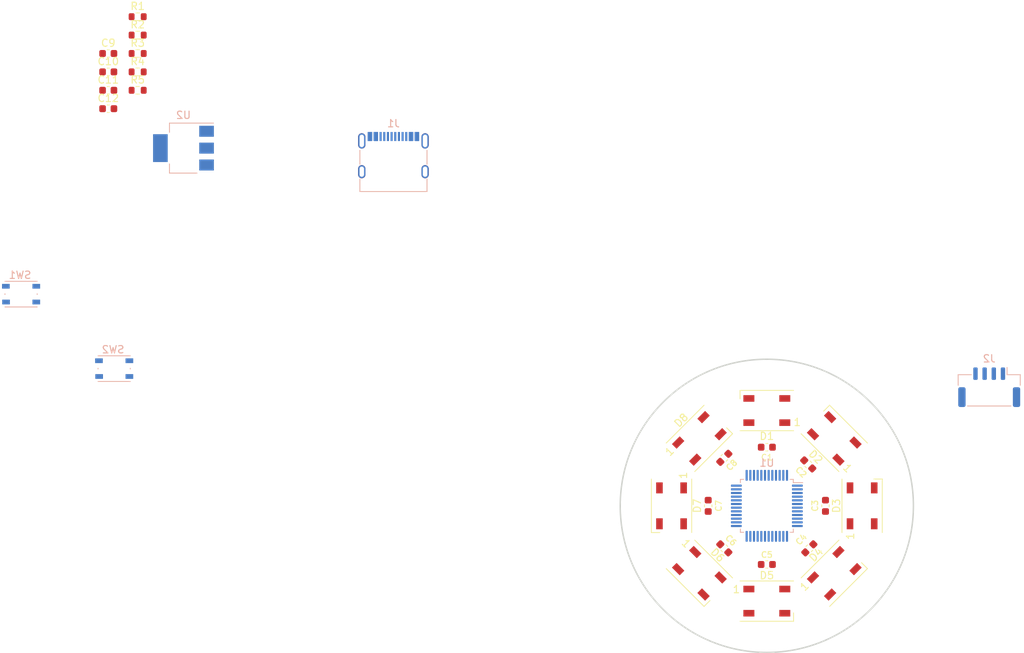
<source format=kicad_pcb>
(kicad_pcb (version 20221018) (generator pcbnew)
  (layers (0 "F.Cu" signal "F.Cu（顶层铜层）") (31 "B.Cu" signal "B.Cu（底层铜层）") (34 "B.Paste" user "B.Paste（底层焊膏）") (35 "F.Paste" user "F.Paste（顶层焊膏）") (36 "B.SilkS" user "B.Silkscreen（底层丝印）") (37 "F.SilkS" user "F.Silkscreen（顶层丝印）") (38 "B.Mask" user "B.Mask（底层阻焊）") (39 "F.Mask" user "F.Mask（顶层阻焊）") (44 "Edge.Cuts" user "Edge.Cuts(板框)"))
  (net 0 "")
  (net 1 "Net-(C1-Pad1)")
  (net 2 "/VCC_3V3")
  (net 3 "Earth")
  (net 4 "/RESET")
  (net 5 "Net-(D1-DOUT)")
  (net 6 "/LED_IN")
  (net 7 "Net-(D2-DOUT)")
  (net 8 "Net-(D3-DOUT)")
  (net 9 "Net-(D4-DOUT)")
  (net 11 "/SWCLK")
  (net 12 "/SWDIO")
  (net 13 "/BOOT0")
  (net 14 "/BOOT1{slash}PB2")
  (net 15 "/WKUP")
  (net 48 "/VCC_5V")
  (net 58 "Net-(D5-DOUT)")
  (net 59 "Net-(D6-DOUT)")
  (net 60 "Net-(D7-DOUT)")
  (footprint "LED_SMD:LED_WS2812B_PLCC4_5.0x5.0mm_P3.2mm" (layer "F.Cu") (at 163 100 90)
    (fp_text reference "D3" (at 0 -3.5 90) (layer "F.SilkS"))
    (fp_text value "WS2812B")
    (fp_text user "1" (at -4.15 -1.6 90) (layer "F.SilkS"))
    (fp_line (start -3.65 -2.75) (end 3.65 -2.75) (stroke (width 0.12)) (layer "F.SilkS"))
    (fp_line (start -3.65 2.75) (end 3.65 2.75) (stroke (width 0.12)) (layer "F.SilkS"))
    (fp_line (start 3.65 2.75) (end 3.65 1.6) (stroke (width 0.12)) (layer "F.SilkS"))
    (pad "1" smd rect (at -2.45 -1.65 90) (size 1.5 0.9) (layers "F.Cu" "F.Paste" "F.Mask") (net 2 "/VCC_3V3"))
    (pad "2" smd rect (at -2.45 1.65 90) (size 1.5 0.9) (layers "F.Cu" "F.Paste" "F.Mask") (net 8 "Net-(D3-DOUT)"))
    (pad "3" smd rect (at 2.45 1.65 90) (size 1.5 0.9) (layers "F.Cu" "F.Paste" "F.Mask") (net 3 "Earth"))
    (pad "4" smd rect (at 2.45 -1.65 90) (size 1.5 0.9) (layers "F.Cu" "F.Paste" "F.Mask") (net 7 "Net-(D2-DOUT)"))
  )
  (footprint "LED_SMD:LED_WS2812B_PLCC4_5.0x5.0mm_P3.2mm" (layer "F.Cu") (at 159.2 109.2 45)
    (fp_text reference "D4" (at 0.031909 -3.531909 45) (layer "F.SilkS"))
    (fp_text value "WS2812B")
    (fp_text user "1" (at -4.15 -1.6 45) (layer "F.SilkS"))
    (fp_line (start -3.65 -2.75) (end 3.65 -2.75) (stroke (width 0.12)) (layer "F.SilkS"))
    (fp_line (start -3.65 2.75) (end 3.65 2.75) (stroke (width 0.12)) (layer "F.SilkS"))
    (fp_line (start 3.65 2.75) (end 3.65 1.6) (stroke (width 0.12)) (layer "F.SilkS"))
    (pad "1" smd rect (at -2.45 -1.65 45) (size 1.5 0.9) (layers "F.Cu" "F.Paste" "F.Mask") (net 2 "/VCC_3V3"))
    (pad "2" smd rect (at -2.45 1.65 45) (size 1.5 0.9) (layers "F.Cu" "F.Paste" "F.Mask") (net 9 "Net-(D4-DOUT)"))
    (pad "3" smd rect (at 2.45 1.65 45) (size 1.5 0.9) (layers "F.Cu" "F.Paste" "F.Mask") (net 3 "Earth"))
    (pad "4" smd rect (at 2.45 -1.65 45) (size 1.5 0.9) (layers "F.Cu" "F.Paste" "F.Mask") (net 8 "Net-(D3-DOUT)"))
  )
  (footprint "Resistor_SMD:R_0603_1608Metric" (layer "F.Cu") (at 64.165 38.29)
    (fp_text reference "R3" (at 0 -1.43) (layer "F.SilkS"))
    (fp_text value "10kΩ")
    (fp_line (start -0.237258 -0.5225) (end 0.237258 -0.5225) (stroke (width 0.12)) (layer "F.SilkS"))
    (fp_line (start -0.237258 0.5225) (end 0.237258 0.5225) (stroke (width 0.12)) (layer "F.SilkS"))
    (pad "1" smd roundrect (at -0.825 0) (size 0.8 0.95) (layers "F.Cu" "F.Paste" "F.Mask") (net 12 "/SWDIO"))
    (pad "2" smd roundrect (at 0.825 0) (size 0.8 0.95) (layers "F.Cu" "F.Paste" "F.Mask") (net 2 "/VCC_3V3"))
  )
  (footprint "Resistor_SMD:R_0603_1608Metric" (layer "F.Cu") (at 64.165 40.8)
    (fp_text reference "R4" (at 0 -1.43) (layer "F.SilkS"))
    (fp_text value "10kΩ")
    (fp_line (start -0.237258 -0.5225) (end 0.237258 -0.5225) (stroke (width 0.12)) (layer "F.SilkS"))
    (fp_line (start -0.237258 0.5225) (end 0.237258 0.5225) (stroke (width 0.12)) (layer "F.SilkS"))
    (pad "1" smd roundrect (at -0.825 0) (size 0.8 0.95) (layers "F.Cu" "F.Paste" "F.Mask") (net 3 "Earth"))
    (pad "2" smd roundrect (at 0.825 0) (size 0.8 0.95) (layers "F.Cu" "F.Paste" "F.Mask") (net 13 "/BOOT0"))
  )
  (footprint "Capacitor_SMD:C_0603_1608Metric" (layer "F.Cu") (at 150 108 180)
    (fp_text reference "C5" (at 0 1.32) (layer "F.SilkS") (effects (font (size 0.8 0.8))))
    (fp_text value "100nf" hide)
    (fp_line (start -0.14058 -0.51) (end 0.14058 -0.51) (stroke (width 0.12)) (layer "F.SilkS"))
    (fp_line (start -0.14058 0.51) (end 0.14058 0.51) (stroke (width 0.12)) (layer "F.SilkS"))
    (pad "1" smd roundrect (at -0.775 0 180) (size 0.9 0.95) (layers "F.Cu" "F.Paste" "F.Mask") (net 1 "Net-(C1-Pad1)"))
    (pad "2" smd roundrect (at 0.775 0 180) (size 0.9 0.95) (layers "F.Cu" "F.Paste" "F.Mask") (net 2 "/VCC_3V3"))
  )
  (footprint "Capacitor_SMD:C_0603_1608Metric" (layer "F.Cu") (at 60.155 38.29)
    (fp_text reference "C9" (at 0 -1.43) (layer "F.SilkS"))
    (fp_text value "100nf")
    (fp_line (start -0.14058 -0.51) (end 0.14058 -0.51) (stroke (width 0.12)) (layer "F.SilkS"))
    (fp_line (start -0.14058 0.51) (end 0.14058 0.51) (stroke (width 0.12)) (layer "F.SilkS"))
    (pad "1" smd roundrect (at -0.775 0) (size 0.9 0.95) (layers "F.Cu" "F.Paste" "F.Mask") (net 2 "/VCC_3V3"))
    (pad "2" smd roundrect (at 0.775 0) (size 0.9 0.95) (layers "F.Cu" "F.Paste" "F.Mask") (net 3 "Earth"))
  )
  (footprint "LED_SMD:LED_WS2812B_PLCC4_5.0x5.0mm_P3.2mm" (layer "F.Cu") (at 159.2 90.8 135)
    (fp_text reference "D2" (at 0.007071 -3.585031 135) (layer "F.SilkS"))
    (fp_text value "WS2812B")
    (fp_text user "1" (at -4.15 -1.6 135) (layer "F.SilkS"))
    (fp_line (start -3.65 -2.75) (end 3.65 -2.75) (stroke (width 0.12)) (layer "F.SilkS"))
    (fp_line (start -3.65 2.75) (end 3.65 2.75) (stroke (width 0.12)) (layer "F.SilkS"))
    (fp_line (start 3.65 2.75) (end 3.65 1.6) (stroke (width 0.12)) (layer "F.SilkS"))
    (pad "1" smd rect (at -2.45 -1.65 135) (size 1.5 0.9) (layers "F.Cu" "F.Paste" "F.Mask") (net 2 "/VCC_3V3"))
    (pad "2" smd rect (at -2.45 1.65 135) (size 1.5 0.9) (layers "F.Cu" "F.Paste" "F.Mask") (net 7 "Net-(D2-DOUT)"))
    (pad "3" smd rect (at 2.45 1.65 135) (size 1.5 0.9) (layers "F.Cu" "F.Paste" "F.Mask") (net 3 "Earth"))
    (pad "4" smd rect (at 2.45 -1.65 135) (size 1.5 0.9) (layers "F.Cu" "F.Paste" "F.Mask") (net 5 "Net-(D1-DOUT)"))
  )
  (footprint "Capacitor_SMD:C_0603_1608Metric" (layer "F.Cu") (at 155.8 105.8 -135)
    (fp_text reference "C4" (at -0.070711 1.626346 45) (layer "F.SilkS") (effects (font (size 0.8 0.8))))
    (fp_text value "100nf" hide)
    (fp_line (start -0.14058 -0.51) (end 0.14058 -0.51) (stroke (width 0.12)) (layer "F.SilkS"))
    (fp_line (start -0.14058 0.51) (end 0.14058 0.51) (stroke (width 0.12)) (layer "F.SilkS"))
    (pad "1" smd roundrect (at -0.775 0 225) (size 0.9 0.95) (layers "F.Cu" "F.Paste" "F.Mask") (net 1 "Net-(C1-Pad1)"))
    (pad "2" smd roundrect (at 0.775 0 225) (size 0.9 0.95) (layers "F.Cu" "F.Paste" "F.Mask") (net 2 "/VCC_3V3"))
  )
  (footprint "LED_SMD:LED_WS2812B_PLCC4_5.0x5.0mm_P3.2mm" (layer "F.Cu") (at 140.8 90.8 45)
    (fp_text reference "D8" (at 0 -3.5 45) (layer "F.SilkS"))
    (fp_text value "WS2812B" hide)
    (fp_text user "1" (at -4.15 -1.6 45) (layer "F.SilkS"))
    (fp_line (start -3.65 -2.75) (end 3.65 -2.75) (stroke (width 0.12)) (layer "F.SilkS"))
    (fp_line (start -3.65 2.75) (end 3.65 2.75) (stroke (width 0.12)) (layer "F.SilkS"))
    (fp_line (start 3.65 2.75) (end 3.65 1.6) (stroke (width 0.12)) (layer "F.SilkS"))
    (pad "1" smd rect (at -2.45 -1.65 45) (size 1.5 0.9) (layers "F.Cu" "F.Paste" "F.Mask") (net 2 "/VCC_3V3"))
    (pad "2" smd rect (at -2.45 1.65 45) (size 1.5 0.9) (layers "F.Cu" "F.Paste" "F.Mask"))
    (pad "3" smd rect (at 2.45 1.65 45) (size 1.5 0.9) (layers "F.Cu" "F.Paste" "F.Mask") (net 3 "Earth"))
    (pad "4" smd rect (at 2.45 -1.65 45) (size 1.5 0.9) (layers "F.Cu" "F.Paste" "F.Mask") (net 60 "Net-(D7-DOUT)"))
  )
  (footprint "Capacitor_SMD:C_0603_1608Metric" (layer "F.Cu") (at 158 100 90)
    (fp_text reference "C3" (at 0 -1.43 270) (layer "F.SilkS") (effects (font (size 0.8 0.8))))
    (fp_text value "100nf" hide)
    (fp_line (start -0.14058 -0.51) (end 0.14058 -0.51) (stroke (width 0.12)) (layer "F.SilkS"))
    (fp_line (start -0.14058 0.51) (end 0.14058 0.51) (stroke (width 0.12)) (layer "F.SilkS"))
    (pad "1" smd roundrect (at -0.775 0 90) (size 0.9 0.95) (layers "F.Cu" "F.Paste" "F.Mask") (net 1 "Net-(C1-Pad1)"))
    (pad "2" smd roundrect (at 0.775 0 90) (size 0.9 0.95) (layers "F.Cu" "F.Paste" "F.Mask") (net 2 "/VCC_3V3"))
  )
  (footprint "Capacitor_SMD:C_0603_1608Metric" (layer "F.Cu") (at 144.2 93.45 45)
    (fp_text reference "C8" (at 0.000822 1.429178 45) (layer "F.SilkS") (effects (font (size 0.8 0.8))))
    (fp_text value "100nf" hide)
    (fp_line (start -0.14058 -0.51) (end 0.14058 -0.51) (stroke (width 0.12)) (layer "F.SilkS"))
    (fp_line (start -0.14058 0.51) (end 0.14058 0.51) (stroke (width 0.12)) (layer "F.SilkS"))
    (pad "1" smd roundrect (at -0.775 0 45) (size 0.9 0.95) (layers "F.Cu" "F.Paste" "F.Mask") (net 1 "Net-(C1-Pad1)"))
    (pad "2" smd roundrect (at 0.775 0 45) (size 0.9 0.95) (layers "F.Cu" "F.Paste" "F.Mask") (net 2 "/VCC_3V3"))
  )
  (footprint "Capacitor_SMD:C_0603_1608Metric" (layer "F.Cu") (at 60.155 43.31)
    (fp_text reference "C11" (at 0 -1.43) (layer "F.SilkS"))
    (fp_text value "4.7uf")
    (fp_line (start -0.14058 -0.51) (end 0.14058 -0.51) (stroke (width 0.12)) (layer "F.SilkS"))
    (fp_line (start -0.14058 0.51) (end 0.14058 0.51) (stroke (width 0.12)) (layer "F.SilkS"))
    (pad "1" smd roundrect (at -0.775 0) (size 0.9 0.95) (layers "F.Cu" "F.Paste" "F.Mask") (net 2 "/VCC_3V3"))
    (pad "2" smd roundrect (at 0.775 0) (size 0.9 0.95) (layers "F.Cu" "F.Paste" "F.Mask") (net 3 "Earth"))
  )
  (footprint "Capacitor_SMD:C_0603_1608Metric" (layer "F.Cu") (at 150 92)
    (fp_text reference "C1" (at 0 1.4) (layer "F.SilkS") (effects (font (size 0.8 0.8) (thickness 0.125))))
    (fp_text value "100nf" hide)
    (fp_line (start -0.14058 -0.51) (end 0.14058 -0.51) (stroke (width 0.12)) (layer "F.SilkS"))
    (fp_line (start -0.14058 0.51) (end 0.14058 0.51) (stroke (width 0.12)) (layer "F.SilkS"))
    (pad "1" smd roundrect (at -0.775 0) (size 0.9 0.95) (layers "F.Cu" "F.Paste" "F.Mask") (net 1 "Net-(C1-Pad1)"))
    (pad "2" smd roundrect (at 0.775 0) (size 0.9 0.95) (layers "F.Cu" "F.Paste" "F.Mask") (net 2 "/VCC_3V3"))
  )
  (footprint "Capacitor_SMD:C_0603_1608Metric" (layer "F.Cu") (at 60.155 45.82)
    (fp_text reference "C12" (at 0 -1.43) (layer "F.SilkS"))
    (fp_text value "0.1uf")
    (fp_line (start -0.14058 -0.51) (end 0.14058 -0.51) (stroke (width 0.12)) (layer "F.SilkS"))
    (fp_line (start -0.14058 0.51) (end 0.14058 0.51) (stroke (width 0.12)) (layer "F.SilkS"))
    (pad "1" smd roundrect (at -0.775 0) (size 0.9 0.95) (layers "F.Cu" "F.Paste" "F.Mask") (net 3 "Earth"))
    (pad "2" smd roundrect (at 0.775 0) (size 0.9 0.95) (layers "F.Cu" "F.Paste" "F.Mask") (net 4 "/RESET"))
  )
  (footprint "Capacitor_SMD:C_0603_1608Metric" (layer "F.Cu") (at 144.2 105.8 135)
    (fp_text reference "C6" (at 0.141421 1.414214 135) (layer "F.SilkS") (effects (font (size 0.8 0.8))))
    (fp_text value "100nf" hide)
    (fp_line (start -0.14058 -0.51) (end 0.14058 -0.51) (stroke (width 0.12)) (layer "F.SilkS"))
    (fp_line (start -0.14058 0.51) (end 0.14058 0.51) (stroke (width 0.12)) (layer "F.SilkS"))
    (pad "1" smd roundrect (at -0.775 0 135) (size 0.9 0.95) (layers "F.Cu" "F.Paste" "F.Mask") (net 1 "Net-(C1-Pad1)"))
    (pad "2" smd roundrect (at 0.775 0 135) (size 0.9 0.95) (layers "F.Cu" "F.Paste" "F.Mask") (net 2 "/VCC_3V3"))
  )
  (footprint "Resistor_SMD:R_0603_1608Metric" (layer "F.Cu") (at 64.165 35.78)
    (fp_text reference "R2" (at 0 -1.43) (layer "F.SilkS"))
    (fp_text value "10kΩ")
    (fp_line (start -0.237258 -0.5225) (end 0.237258 -0.5225) (stroke (width 0.12)) (layer "F.SilkS"))
    (fp_line (start -0.237258 0.5225) (end 0.237258 0.5225) (stroke (width 0.12)) (layer "F.SilkS"))
    (pad "1" smd roundrect (at -0.825 0) (size 0.8 0.95) (layers "F.Cu" "F.Paste" "F.Mask") (net 3 "Earth"))
    (pad "2" smd roundrect (at 0.825 0) (size 0.8 0.95) (layers "F.Cu" "F.Paste" "F.Mask") (net 11 "/SWCLK"))
  )
  (footprint "Capacitor_SMD:C_0603_1608Metric" (layer "F.Cu") (at 155.65 94.35 -45)
    (fp_text reference "C2" (at 0.047376 1.437548 135) (layer "F.SilkS") (effects (font (size 0.8 0.8))))
    (fp_text value "100nf" hide)
    (fp_line (start -0.14058 -0.51) (end 0.14058 -0.51) (stroke (width 0.12)) (layer "F.SilkS"))
    (fp_line (start -0.14058 0.51) (end 0.14058 0.51) (stroke (width 0.12)) (layer "F.SilkS"))
    (pad "1" smd roundrect (at -0.775 0 315) (size 0.9 0.95) (layers "F.Cu" "F.Paste" "F.Mask") (net 1 "Net-(C1-Pad1)"))
    (pad "2" smd roundrect (at 0.775 0 315) (size 0.9 0.95) (layers "F.Cu" "F.Paste" "F.Mask") (net 2 "/VCC_3V3"))
  )
  (footprint "LED_SMD:LED_WS2812B_PLCC4_5.0x5.0mm_P3.2mm" (layer "F.Cu") (at 140.8 109.2 -45)
    (fp_text reference "D6" (at 0 -3.5 135) (layer "F.SilkS"))
    (fp_text value "WS2812B")
    (fp_text user "1" (at -4.15 -1.6 135) (layer "F.SilkS"))
    (fp_line (start -3.65 -2.75) (end 3.65 -2.75) (stroke (width 0.12)) (layer "F.SilkS"))
    (fp_line (start -3.65 2.75) (end 3.65 2.75) (stroke (width 0.12)) (layer "F.SilkS"))
    (fp_line (start 3.65 2.75) (end 3.65 1.6) (stroke (width 0.12)) (layer "F.SilkS"))
    (pad "1" smd rect (at -2.45 -1.65 315) (size 1.5 0.9) (layers "F.Cu" "F.Paste" "F.Mask") (net 2 "/VCC_3V3"))
    (pad "2" smd rect (at -2.45 1.65 315) (size 1.5 0.9) (layers "F.Cu" "F.Paste" "F.Mask") (net 59 "Net-(D6-DOUT)"))
    (pad "3" smd rect (at 2.45 1.65 315) (size 1.5 0.9) (layers "F.Cu" "F.Paste" "F.Mask") (net 3 "Earth"))
    (pad "4" smd rect (at 2.45 -1.65 315) (size 1.5 0.9) (layers "F.Cu" "F.Paste" "F.Mask") (net 58 "Net-(D5-DOUT)"))
  )
  (footprint "LED_SMD:LED_WS2812B_PLCC4_5.0x5.0mm_P3.2mm" (layer "F.Cu") (at 150 87 180)
    (fp_text reference "D1" (at 0 -3.5) (layer "F.SilkS"))
    (fp_text value "WS2812B")
    (fp_text user "1" (at -4.15 -1.6) (layer "F.SilkS"))
    (fp_line (start -3.65 -2.75) (end 3.65 -2.75) (stroke (width 0.12)) (layer "F.SilkS"))
    (fp_line (start -3.65 2.75) (end 3.65 2.75) (stroke (width 0.12)) (layer "F.SilkS"))
    (fp_line (start 3.65 2.75) (end 3.65 1.6) (stroke (width 0.12)) (layer "F.SilkS"))
    (pad "1" smd rect (at -2.45 -1.65 180) (size 1.5 0.9) (layers "F.Cu" "F.Paste" "F.Mask") (net 2 "/VCC_3V3"))
    (pad "2" smd rect (at -2.45 1.65 180) (size 1.5 0.9) (layers "F.Cu" "F.Paste" "F.Mask") (net 5 "Net-(D1-DOUT)"))
    (pad "3" smd rect (at 2.45 1.65 180) (size 1.5 0.9) (layers "F.Cu" "F.Paste" "F.Mask") (net 3 "Earth"))
    (pad "4" smd rect (at 2.45 -1.65 180) (size 1.5 0.9) (layers "F.Cu" "F.Paste" "F.Mask") (net 6 "/LED_IN"))
  )
  (footprint "LED_SMD:LED_WS2812B_PLCC4_5.0x5.0mm_P3.2mm" (layer "F.Cu") (at 150 113)
    (fp_text reference "D5" (at 0 -3.5) (layer "F.SilkS"))
    (fp_text value "WS2812B")
    (fp_text user "1" (at -4.15 -1.6) (layer "F.SilkS"))
    (fp_line (start -3.65 -2.75) (end 3.65 -2.75) (stroke (width 0.12)) (layer "F.SilkS"))
    (fp_line (start -3.65 2.75) (end 3.65 2.75) (stroke (width 0.12)) (layer "F.SilkS"))
    (fp_line (start 3.65 2.75) (end 3.65 1.6) (stroke (width 0.12)) (layer "F.SilkS"))
    (pad "1" smd rect (at -2.45 -1.65) (size 1.5 0.9) (layers "F.Cu" "F.Paste" "F.Mask") (net 2 "/VCC_3V3"))
    (pad "2" smd rect (at -2.45 1.65) (size 1.5 0.9) (layers "F.Cu" "F.Paste" "F.Mask") (net 58 "Net-(D5-DOUT)"))
    (pad "3" smd rect (at 2.45 1.65) (size 1.5 0.9) (layers "F.Cu" "F.Paste" "F.Mask") (net 3 "Earth"))
    (pad "4" smd rect (at 2.45 -1.65) (size 1.5 0.9) (layers "F.Cu" "F.Paste" "F.Mask") (net 9 "Net-(D4-DOUT)"))
  )
  (footprint "Resistor_SMD:R_0603_1608Metric" (layer "F.Cu") (at 64.165 43.31)
    (fp_text reference "R5" (at 0 -1.43) (layer "F.SilkS"))
    (fp_text value "10kΩ")
    (fp_line (start -0.237258 -0.5225) (end 0.237258 -0.5225) (stroke (width 0.12)) (layer "F.SilkS"))
    (fp_line (start -0.237258 0.5225) (end 0.237258 0.5225) (stroke (width 0.12)) (layer "F.SilkS"))
    (pad "1" smd roundrect (at -0.825 0) (size 0.8 0.95) (layers "F.Cu" "F.Paste" "F.Mask") (net 14 "/BOOT1{slash}PB2"))
    (pad "2" smd roundrect (at 0.825 0) (size 0.8 0.95) (layers "F.Cu" "F.Paste" "F.Mask") (net 3 "Earth"))
  )
  (footprint "Resistor_SMD:R_0603_1608Metric" (layer "F.Cu") (at 64.165 33.27)
    (fp_text reference "R1" (at 0 -1.43) (layer "F.SilkS"))
    (fp_text value "10k")
    (fp_line (start -0.237258 -0.5225) (end 0.237258 -0.5225) (stroke (width 0.12)) (layer "F.SilkS"))
    (fp_line (start -0.237258 0.5225) (end 0.237258 0.5225) (stroke (width 0.12)) (layer "F.SilkS"))
    (pad "1" smd roundrect (at -0.825 0) (size 0.8 0.95) (layers "F.Cu" "F.Paste" "F.Mask") (net 2 "/VCC_3V3"))
    (pad "2" smd roundrect (at 0.825 0) (size 0.8 0.95) (layers "F.Cu" "F.Paste" "F.Mask") (net 4 "/RESET"))
  )
  (footprint "LED_SMD:LED_WS2812B_PLCC4_5.0x5.0mm_P3.2mm" (layer "F.Cu") (at 137 100 -90)
    (fp_text reference "D7" (at 0 -3.5 90) (layer "F.SilkS"))
    (fp_text value "WS2812B")
    (fp_text user "1" (at -4.15 -1.6 90) (layer "F.SilkS"))
    (fp_line (start -3.65 -2.75) (end 3.65 -2.75) (stroke (width 0.12)) (layer "F.SilkS"))
    (fp_line (start -3.65 2.75) (end 3.65 2.75) (stroke (width 0.12)) (layer "F.SilkS"))
    (fp_line (start 3.65 2.75) (end 3.65 1.6) (stroke (width 0.12)) (layer "F.SilkS"))
    (pad "1" smd rect (at -2.45 -1.65 270) (size 1.5 0.9) (layers "F.Cu" "F.Paste" "F.Mask") (net 2 "/VCC_3V3"))
    (pad "2" smd rect (at -2.45 1.65 270) (size 1.5 0.9) (layers "F.Cu" "F.Paste" "F.Mask") (net 60 "Net-(D7-DOUT)"))
    (pad "3" smd rect (at 2.45 1.65 270) (size 1.5 0.9) (layers "F.Cu" "F.Paste" "F.Mask") (net 3 "Earth"))
    (pad "4" smd rect (at 2.45 -1.65 270) (size 1.5 0.9) (layers "F.Cu" "F.Paste" "F.Mask") (net 59 "Net-(D6-DOUT)"))
  )
  (footprint "Capacitor_SMD:C_0603_1608Metric" (layer "F.Cu") (at 60.155 40.8)
    (fp_text reference "C10" (at 0 -1.43) (layer "F.SilkS"))
    (fp_text value "100nf")
    (fp_line (start -0.14058 -0.51) (end 0.14058 -0.51) (stroke (width 0.12)) (layer "F.SilkS"))
    (fp_line (start -0.14058 0.51) (end 0.14058 0.51) (stroke (width 0.12)) (layer "F.SilkS"))
    (pad "1" smd roundrect (at -0.775 0) (size 0.9 0.95) (layers "F.Cu" "F.Paste" "F.Mask") (net 2 "/VCC_3V3"))
    (pad "2" smd roundrect (at 0.775 0) (size 0.9 0.95) (layers "F.Cu" "F.Paste" "F.Mask") (net 3 "Earth"))
  )
  (footprint "Capacitor_SMD:C_0603_1608Metric" (layer "F.Cu") (at 142 100 90)
    (fp_text reference "C7" (at 0 1.43 90) (layer "F.SilkS") (effects (font (size 0.8 0.8))))
    (fp_text value "100nf" hide)
    (fp_line (start -0.14058 -0.51) (end 0.14058 -0.51) (stroke (width 0.12)) (layer "F.SilkS"))
    (fp_line (start -0.14058 0.51) (end 0.14058 0.51) (stroke (width 0.12)) (layer "F.SilkS"))
    (pad "1" smd roundrect (at -0.775 0 90) (size 0.9 0.95) (layers "F.Cu" "F.Paste" "F.Mask") (net 1 "Net-(C1-Pad1)"))
    (pad "2" smd roundrect (at 0.775 0 90) (size 0.9 0.95) (layers "F.Cu" "F.Paste" "F.Mask") (net 2 "/VCC_3V3"))
  )
  (footprint "Package_QFP:LQFP-48_7x7mm_P0.5mm" (layer "B.Cu") (at 150 100 180)
    (fp_text reference "U1" (at 0 5.85) (layer "B.SilkS") (effects (justify mirror)))
    (fp_text value "STM32F103C8Tx")
    (fp_line (start -3.61 -3.61) (end -3.61 -3.16) (stroke (width 0.12)) (layer "B.SilkS"))
    (fp_line (start -3.61 3.16) (end -4.9 3.16) (stroke (width 0.12)) (layer "B.SilkS"))
    (fp_line (start -3.61 3.61) (end -3.61 3.16) (stroke (width 0.12)) (layer "B.SilkS"))
    (fp_line (start -3.16 -3.61) (end -3.61 -3.61) (stroke (width 0.12)) (layer "B.SilkS"))
    (fp_line (start -3.16 3.61) (end -3.61 3.61) (stroke (width 0.12)) (layer "B.SilkS"))
    (fp_line (start 3.16 -3.61) (end 3.61 -3.61) (stroke (width 0.12)) (layer "B.SilkS"))
    (fp_line (start 3.16 3.61) (end 3.61 3.61) (stroke (width 0.12)) (layer "B.SilkS"))
    (fp_line (start 3.61 -3.61) (end 3.61 -3.16) (stroke (width 0.12)) (layer "B.SilkS"))
    (fp_line (start 3.61 3.61) (end 3.61 3.16) (stroke (width 0.12)) (layer "B.SilkS"))
    (pad "1" smd roundrect (at -4.1625 2.75 180) (size 1.475 0.3) (layers "B.Cu" "B.Paste" "B.Mask") (net 2 "/VCC_3V3"))
    (pad "2" smd roundrect (at -4.1625 2.25 180) (size 1.475 0.3) (layers "B.Cu" "B.Paste" "B.Mask"))
    (pad "3" smd roundrect (at -4.1625 1.75 180) (size 1.475 0.3) (layers "B.Cu" "B.Paste" "B.Mask"))
    (pad "4" smd roundrect (at -4.1625 1.25 180) (size 1.475 0.3) (layers "B.Cu" "B.Paste" "B.Mask"))
    (pad "5" smd roundrect (at -4.1625 0.75 180) (size 1.475 0.3) (layers "B.Cu" "B.Paste" "B.Mask"))
    (pad "6" smd roundrect (at -4.1625 0.25 180) (size 1.475 0.3) (layers "B.Cu" "B.Paste" "B.Mask"))
    (pad "7" smd roundrect (at -4.1625 -0.25 180) (size 1.475 0.3) (layers "B.Cu" "B.Paste" "B.Mask") (net 4 "/RESET"))
    (pad "8" smd roundrect (at -4.1625 -0.75 180) (size 1.475 0.3) (layers "B.Cu" "B.Paste" "B.Mask") (net 3 "Earth"))
    (pad "9" smd roundrect (at -4.1625 -1.25 180) (size 1.475 0.3) (layers "B.Cu" "B.Paste" "B.Mask") (net 2 "/VCC_3V3"))
    (pad "10" smd roundrect (at -4.1625 -1.75 180) (size 1.475 0.3) (layers "B.Cu" "B.Paste" "B.Mask") (net 15 "/WKUP"))
    (pad "11" smd roundrect (at -4.1625 -2.25 180) (size 1.475 0.3) (layers "B.Cu" "B.Paste" "B.Mask"))
    (pad "12" smd roundrect (at -4.1625 -2.75 180) (size 1.475 0.3) (layers "B.Cu" "B.Paste" "B.Mask"))
    (pad "13" smd roundrect (at -2.75 -4.1625 180) (size 0.3 1.475) (layers "B.Cu" "B.Paste" "B.Mask"))
    (pad "14" smd roundrect (at -2.25 -4.1625 180) (size 0.3 1.475) (layers "B.Cu" "B.Paste" "B.Mask"))
    (pad "15" smd roundrect (at -1.75 -4.1625 180) (size 0.3 1.475) (layers "B.Cu" "B.Paste" "B.Mask"))
    (pad "16" smd roundrect (at -1.25 -4.1625 180) (size 0.3 1.475) (layers "B.Cu" "B.Paste" "B.Mask"))
    (pad "17" smd roundrect (at -0.75 -4.1625 180) (size 0.3 1.475) (layers "B.Cu" "B.Paste" "B.Mask"))
    (pad "18" smd roundrect (at -0.25 -4.1625 180) (size 0.3 1.475) (layers "B.Cu" "B.Paste" "B.Mask"))
    (pad "19" smd roundrect (at 0.25 -4.1625 180) (size 0.3 1.475) (layers "B.Cu" "B.Paste" "B.Mask"))
    (pad "20" smd roundrect (at 0.75 -4.1625 180) (size 0.3 1.475) (layers "B.Cu" "B.Paste" "B.Mask") (net 14 "/BOOT1{slash}PB2"))
    (pad "21" smd roundrect (at 1.25 -4.1625 180) (size 0.3 1.475) (layers "B.Cu" "B.Paste" "B.Mask"))
    (pad "22" smd roundrect (at 1.75 -4.1625 180) (size 0.3 1.475) (layers "B.Cu" "B.Paste" "B.Mask"))
    (pad "23" smd roundrect (at 2.25 -4.1625 180) (size 0.3 1.475) (layers "B.Cu" "B.Paste" "B.Mask") (net 3 "Earth"))
    (pad "24" smd roundrect (at 2.75 -4.1625 180) (size 0.3 1.475) (layers "B.Cu" "B.Paste" "B.Mask") (net 2 "/VCC_3V3"))
    (pad "25" smd roundrect (at 4.1625 -2.75 180) (size 1.475 0.3) (layers "B.Cu" "B.Paste" "B.Mask"))
    (pad "26" smd roundrect (at 4.1625 -2.25 180) (size 1.475 0.3) (layers "B.Cu" "B.Paste" "B.Mask"))
    (pad "27" smd roundrect (at 4.1625 -1.75 180) (size 1.475 0.3) (layers "B.Cu" "B.Paste" "B.Mask"))
    (pad "28" smd roundrect (at 4.1625 -1.25 180) (size 1.475 0.3) (layers "B.Cu" "B.Paste" "B.Mask"))
    (pad "29" smd roundrect (at 4.1625 -0.75 180) (size 1.475 0.3) (layers "B.Cu" "B.Paste" "B.Mask"))
    (pad "30" smd roundrect (at 4.1625 -0.25 180) (size 1.475 0.3) (layers "B.Cu" "B.Paste" "B.Mask"))
    (pad "31" smd roundrect (at 4.1625 0.25 180) (size 1.475 0.3) (layers "B.Cu" "B.Paste" "B.Mask"))
    (pad "32" smd roundrect (at 4.1625 0.75 180) (size 1.475 0.3) (layers "B.Cu" "B.Paste" "B.Mask"))
    (pad "33" smd roundrect (at 4.1625 1.25 180) (size 1.475 0.3) (layers "B.Cu" "B.Paste" "B.Mask"))
    (pad "34" smd roundrect (at 4.1625 1.75 180) (size 1.475 0.3) (layers "B.Cu" "B.Paste" "B.Mask") (net 12 "/SWDIO"))
    (pad "35" smd roundrect (at 4.1625 2.25 180) (size 1.475 0.3) (layers "B.Cu" "B.Paste" "B.Mask") (net 3 "Earth"))
    (pad "36" smd roundrect (at 4.1625 2.75 180) (size 1.475 0.3) (layers "B.Cu" "B.Paste" "B.Mask") (net 2 "/VCC_3V3"))
    (pad "37" smd roundrect (at 2.75 4.1625 180) (size 0.3 1.475) (layers "B.Cu" "B.Paste" "B.Mask") (net 11 "/SWCLK"))
    (pad "38" smd roundrect (at 2.25 4.1625 180) (size 0.3 1.475) (layers "B.Cu" "B.Paste" "B.Mask"))
    (pad "39" smd roundrect (at 1.75 4.1625 180) (size 0.3 1.475) (layers "B.Cu" "B.Paste" "B.Mask"))
    (pad "40" smd roundrect (at 1.25 4.1625 180) (size 0.3 1.475) (layers "B.Cu" "B.Paste" "B.Mask"))
    (pad "41" smd roundrect (at 0.75 4.1625 180) (size 0.3 1.475) (layers "B.Cu" "B.Paste" "B.Mask"))
    (pad "42" smd roundrect (at 0.25 4.1625 180) (size 0.3 1.475) (layers "B.Cu" "B.Paste" "B.Mask"))
    (pad "43" smd roundrect (at -0.25 4.1625 180) (size 0.3 1.475) (layers "B.Cu" "B.Paste" "B.Mask") (net 6 "/LED_IN"))
    (pad "44" smd roundrect (at -0.75 4.1625 180) (size 0.3 1.475) (layers "B.Cu" "B.Paste" "B.Mask") (net 13 "/BOOT0"))
    (pad "45" smd roundrect (at -1.25 4.1625 180) (size 0.3 1.475) (layers "B.Cu" "B.Paste" "B.Mask"))
    (pad "46" smd roundrect (at -1.75 4.1625 180) (size 0.3 1.475) (layers "B.Cu" "B.Paste" "B.Mask"))
    (pad "47" smd roundrect (at -2.25 4.1625 180) (size 0.3 1.475) (layers "B.Cu" "B.Paste" "B.Mask") (net 3 "Earth"))
    (pad "48" smd roundrect (at -2.75 4.1625 180) (size 0.3 1.475) (layers "B.Cu" "B.Paste" "B.Mask") (net 2 "/VCC_3V3"))
  )
  (footprint "Button_Switch_SMD:SW_Push_1P1T_NO_Vertical_Wuerth_434133025816" (layer "B.Cu") (at 60.96 81.28 180)
    (fp_text reference "SW2" (at 0.15 2.6) (layer "B.SilkS") (effects (justify mirror)))
    (fp_text value "WKUP")
    (fp_line (start -2.2 -1.75) (end 2.2 -1.75) (stroke (width 0.12)) (layer "B.SilkS"))
    (fp_line (start -2.2 -0.05) (end -2.2 0.05) (stroke (width 0.12)) (layer "B.SilkS"))
    (fp_line (start 2.2 -0.05) (end 2.2 0.05) (stroke (width 0.12)) (layer "B.SilkS"))
    (fp_line (start 2.2 1.75) (end -2.2 1.75) (stroke (width 0.12)) (layer "B.SilkS"))
    (pad "1" smd rect (at -2.075 1.075 180) (size 1.05 0.65) (layers "B.Cu" "B.Paste" "B.Mask") (net 15 "/WKUP"))
    (pad "1" smd rect (at 2.075 1.075 180) (size 1.05 0.65) (layers "B.Cu" "B.Paste" "B.Mask") (net 15 "/WKUP"))
    (pad "2" smd rect (at -2.075 -1.075 180) (size 1.05 0.65) (layers "B.Cu" "B.Paste" "B.Mask") (net 2 "/VCC_3V3"))
    (pad "2" smd rect (at 2.05 -1.075 180) (size 1.05 0.65) (layers "B.Cu" "B.Paste" "B.Mask") (net 2 "/VCC_3V3"))
  )
  (footprint "Connector_USB:USB_C_Receptacle_G-Switch_GT-USB-7010ASV" (layer "B.Cu") (at 99.06 53.34 180)
    (fp_text reference "J1" (at 0 5.5) (layer "B.SilkS") (effects (justify mirror)))
    (fp_text value "USB_C_Receptacle_USB2.0")
    (fp_line (start -4.58 -3.785) (end -4.58 -2.08) (stroke (width 0.12)) (layer "B.SilkS"))
    (fp_line (start -4.58 1.85) (end -4.58 -0.07) (stroke (width 0.12)) (layer "B.SilkS"))
    (fp_line (start 4.58 -3.785) (end -4.58 -3.785) (stroke (width 0.12)) (layer "B.SilkS"))
    (fp_line (start 4.58 -2.08) (end 4.58 -3.785) (stroke (width 0.12)) (layer "B.SilkS"))
    (fp_line (start 4.58 -0.07) (end 4.58 1.85) (stroke (width 0.12)) (layer "B.SilkS"))
    (pad "" np_thru_hole circle (at -2.89 2.605 180) (size 0.65 0.65) (drill 0.65) (layers "*.Cu" "*.Mask"))
    (pad "" np_thru_hole circle (at 2.89 2.605 180) (size 0.65 0.65) (drill 0.65) (layers "*.Cu" "*.Mask"))
    (pad "A1" smd rect (at -3.2 3.725 180) (size 0.6 1.24) (layers "B.Cu" "B.Paste" "B.Mask") (net 3 "Earth"))
    (pad "A4" smd rect (at -2.4 3.725 180) (size 0.6 1.24) (layers "B.Cu" "B.Paste" "B.Mask") (net 48 "/VCC_5V"))
    (pad "A5" smd rect (at -1.25 3.725 180) (size 0.3 1.24) (layers "B.Cu" "B.Paste" "B.Mask"))
    (pad "A6" smd rect (at -0.25 3.725 180) (size 0.3 1.24) (layers "B.Cu" "B.Paste" "B.Mask"))
    (pad "A7" smd rect (at 0.25 3.725 180) (size 0.3 1.24) (layers "B.Cu" "B.Paste" "B.Mask"))
    (pad "A8" smd rect (at 1.25 3.725 180) (size 0.3 1.24) (layers "B.Cu" "B.Paste" "B.Mask"))
    (pad "A9" smd rect (at 2.4 3.725 180) (size 0.6 1.24) (layers "B.Cu" "B.Paste" "B.Mask") (net 48 "/VCC_5V"))
    (pad "A12" smd rect (at 3.2 3.725 180) (size 0.6 1.24) (layers "B.Cu" "B.Paste" "B.Mask") (net 3 "Earth"))
    (pad "B1" smd rect (at 3.2 3.725 180) (size 0.6 1.24) (layers "B.Cu" "B.Paste" "B.Mask") (net 3 "Earth"))
    (pad "B4" smd rect (at 2.4 3.725 180) (size 0.6 1.24) (layers "B.Cu" "B.Paste" "B.Mask") (net 48 "/VCC_5V"))
    (pad "B5" smd rect (at 1.75 3.725 180) (size 0.3 1.24) (layers "B.Cu" "B.Paste" "B.Mask"))
    (pad "B6" smd rect (at 0.75 3.725 180) (size 0.3 1.24) (layers "B.Cu" "B.Paste" "B.Mask"))
    (pad "B7" smd rect (at -0.75 3.725 180) (size 0.3 1.24) (layers "B.Cu" "B.Paste" "B.Mask"))
    (pad "B8" smd rect (at -1.75 3.725 180) (size 0.3 1.24) (layers "B.Cu" "B.Paste" "B.Mask"))
    (pad "B9" smd rect (at -2.4 3.725 180) (size 0.6 1.24) (layers "B.Cu" "B.Paste" "B.Mask") (net 48 "/VCC_5V"))
    (pad "B12" smd rect (at -3.2 3.725 180) (size 0.6 1.24) (layers "B.Cu" "B.Paste" "B.Mask") (net 3 "Earth"))
    (pad "S1" thru_hole oval (at -4.32 -1.075 180) (size 1 1.8) (drill oval 0.6 1.4) (layers "*.Cu" "*.Mask"))
    (pad "S1" thru_hole oval (at -4.32 3.125 180) (size 1 2.1) (drill oval 0.6 1.7) (layers "*.Cu" "*.Mask"))
    (pad "S1" thru_hole oval (at 4.32 -1.075 180) (size 1 1.8) (drill oval 0.6 1.4) (layers "*.Cu" "*.Mask"))
    (pad "S1" thru_hole oval (at 4.32 3.125 180) (size 1 2.1) (drill oval 0.6 1.7) (layers "*.Cu" "*.Mask"))
  )
  (footprint "Connector_JST:JST_GH_SM04B-GHS-TB_1x04-1MP_P1.25mm_Horizontal" (layer "B.Cu") (at 180.34 83.82 180)
    (fp_text reference "J2" (at 0 3.9) (layer "B.SilkS") (effects (justify mirror)))
    (fp_text value "SWD")
    (fp_line (start -4.235 0.26) (end -4.235 1.71) (stroke (width 0.12)) (layer "B.SilkS"))
    (fp_line (start -4.235 1.71) (end -2.435 1.71) (stroke (width 0.12)) (layer "B.SilkS"))
    (fp_line (start -2.965 -2.56) (end 2.965 -2.56) (stroke (width 0.12)) (layer "B.SilkS"))
    (fp_line (start -2.435 1.71) (end -2.435 2.7) (stroke (width 0.12)) (layer "B.SilkS"))
    (fp_line (start 4.235 0.26) (end 4.235 1.71) (stroke (width 0.12)) (layer "B.SilkS"))
    (fp_line (start 4.235 1.71) (end 2.435 1.71) (stroke (width 0.12)) (layer "B.SilkS"))
    (pad "1" smd roundrect (at -1.875 1.85 180) (size 0.6 1.7) (layers "B.Cu" "B.Paste" "B.Mask") (net 3 "Earth"))
    (pad "2" smd roundrect (at -0.625 1.85 180) (size 0.6 1.7) (layers "B.Cu" "B.Paste" "B.Mask") (net 11 "/SWCLK"))
    (pad "3" smd roundrect (at 0.625 1.85 180) (size 0.6 1.7) (layers "B.Cu" "B.Paste" "B.Mask") (net 12 "/SWDIO"))
    (pad "4" smd roundrect (at 1.875 1.85 180) (size 0.6 1.7) (layers "B.Cu" "B.Paste" "B.Mask") (net 2 "/VCC_3V3"))
    (pad "MP" smd roundrect (at -3.725 -1.35 180) (size 1 2.7) (layers "B.Cu" "B.Paste" "B.Mask"))
    (pad "MP" smd roundrect (at 3.725 -1.35 180) (size 1 2.7) (layers "B.Cu" "B.Paste" "B.Mask"))
  )
  (footprint "Package_TO_SOT_SMD:SOT-223-3_TabPin2" (layer "B.Cu") (at 70.415 51.2 180)
    (fp_text reference "U2" (at 0 4.5) (layer "B.SilkS") (effects (justify mirror)))
    (fp_text value "AMS1117-3.3")
    (fp_line (start -4.1 3.41) (end 1.91 3.41) (stroke (width 0.12)) (layer "B.SilkS"))
    (fp_line (start -1.85 -3.41) (end 1.91 -3.41) (stroke (width 0.12)) (layer "B.SilkS"))
    (fp_line (start 1.91 -3.41) (end 1.91 -2.15) (stroke (width 0.12)) (layer "B.SilkS"))
    (fp_line (start 1.91 3.41) (end 1.91 2.15) (stroke (width 0.12)) (layer "B.SilkS"))
    (pad "1" smd rect (at -3.15 2.3 180) (size 2 1.5) (layers "B.Cu" "B.Paste" "B.Mask") (net 3 "Earth"))
    (pad "2" smd rect (at -3.15 0 180) (size 2 1.5) (layers "B.Cu" "B.Paste" "B.Mask") (net 2 "/VCC_3V3"))
    (pad "2" smd rect (at 3.15 0 180) (size 2 3.8) (layers "B.Cu" "B.Paste" "B.Mask") (net 2 "/VCC_3V3"))
    (pad "3" smd rect (at -3.15 -2.3 180) (size 2 1.5) (layers "B.Cu" "B.Paste" "B.Mask") (net 48 "/VCC_5V"))
  )
  (footprint "Button_Switch_SMD:SW_Push_1P1T_NO_Vertical_Wuerth_434133025816" (layer "B.Cu") (at 48.26 71.12 180)
    (fp_text reference "SW1" (at 0.15 2.6) (layer "B.SilkS") (effects (justify mirror)))
    (fp_text value "RESET")
    (fp_line (start -2.2 -1.75) (end 2.2 -1.75) (stroke (width 0.12)) (layer "B.SilkS"))
    (fp_line (start -2.2 -0.05) (end -2.2 0.05) (stroke (width 0.12)) (layer "B.SilkS"))
    (fp_line (start 2.2 -0.05) (end 2.2 0.05) (stroke (width 0.12)) (layer "B.SilkS"))
    (fp_line (start 2.2 1.75) (end -2.2 1.75) (stroke (width 0.12)) (layer "B.SilkS"))
    (pad "1" smd rect (at -2.075 1.075 180) (size 1.05 0.65) (layers "B.Cu" "B.Paste" "B.Mask") (net 4 "/RESET"))
    (pad "1" smd rect (at 2.075 1.075 180) (size 1.05 0.65) (layers "B.Cu" "B.Paste" "B.Mask") (net 4 "/RESET"))
    (pad "2" smd rect (at -2.075 -1.075 180) (size 1.05 0.65) (layers "B.Cu" "B.Paste" "B.Mask") (net 3 "Earth"))
    (pad "2" smd rect (at 2.05 -1.075 180) (size 1.05 0.65) (layers "B.Cu" "B.Paste" "B.Mask") (net 3 "Earth"))
  )
  (gr_circle locked (center 150 100) (end 170 100) (stroke (width 0.2)) (fill none) (layer "Edge.Cuts"))
)
</source>
